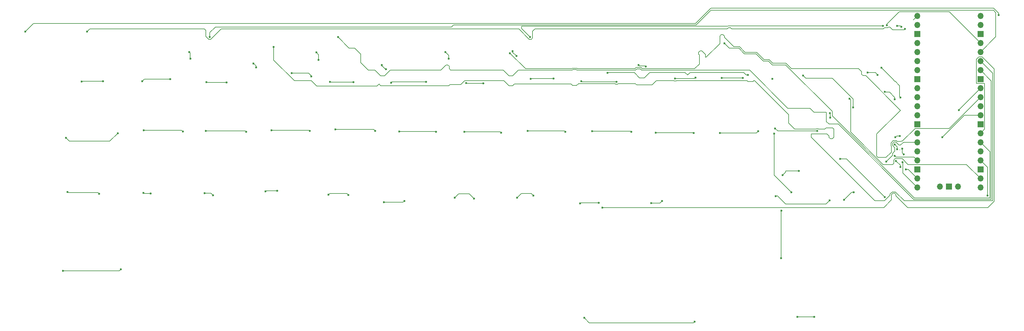
<source format=gbr>
%TF.GenerationSoftware,KiCad,Pcbnew,9.0.6*%
%TF.CreationDate,2025-12-29T17:27:32-05:00*%
%TF.ProjectId,keyboardepi pico,6b657962-6f61-4726-9465-706920706963,rev?*%
%TF.SameCoordinates,Original*%
%TF.FileFunction,Copper,L1,Top*%
%TF.FilePolarity,Positive*%
%FSLAX46Y46*%
G04 Gerber Fmt 4.6, Leading zero omitted, Abs format (unit mm)*
G04 Created by KiCad (PCBNEW 9.0.6) date 2025-12-29 17:27:32*
%MOMM*%
%LPD*%
G01*
G04 APERTURE LIST*
%TA.AperFunction,ComponentPad*%
%ADD10O,1.700000X1.700000*%
%TD*%
%TA.AperFunction,ComponentPad*%
%ADD11R,1.700000X1.700000*%
%TD*%
%TA.AperFunction,ViaPad*%
%ADD12C,0.600000*%
%TD*%
%TA.AperFunction,Conductor*%
%ADD13C,0.200000*%
%TD*%
G04 APERTURE END LIST*
D10*
%TO.P,U1,1,GPIO0*%
%TO.N,col0*%
X287496250Y-13970000D03*
%TO.P,U1,2,GPIO1*%
%TO.N,col1*%
X287496250Y-16510000D03*
D11*
%TO.P,U1,3,GND*%
%TO.N,unconnected-(U1-GND-Pad3)*%
X287496250Y-19050000D03*
D10*
%TO.P,U1,4,GPIO2*%
%TO.N,col2*%
X287496250Y-21590000D03*
%TO.P,U1,5,GPIO3*%
%TO.N,col3*%
X287496250Y-24130000D03*
%TO.P,U1,6,GPIO4*%
%TO.N,col4*%
X287496250Y-26670000D03*
%TO.P,U1,7,GPIO5*%
%TO.N,col5*%
X287496250Y-29210000D03*
D11*
%TO.P,U1,8,GND*%
%TO.N,unconnected-(U1-GND-Pad8)*%
X287496250Y-31750000D03*
D10*
%TO.P,U1,9,GPIO6*%
%TO.N,col6*%
X287496250Y-34290000D03*
%TO.P,U1,10,GPIO7*%
%TO.N,col7*%
X287496250Y-36830000D03*
%TO.P,U1,11,GPIO8*%
%TO.N,col8*%
X287496250Y-39370000D03*
%TO.P,U1,12,GPIO9*%
%TO.N,col9*%
X287496250Y-41910000D03*
D11*
%TO.P,U1,13,GND*%
%TO.N,unconnected-(U1-GND-Pad13)*%
X287496250Y-44450000D03*
D10*
%TO.P,U1,14,GPIO10*%
%TO.N,col10*%
X287496250Y-46990000D03*
%TO.P,U1,15,GPIO11*%
%TO.N,col11*%
X287496250Y-49530000D03*
%TO.P,U1,16,GPIO12*%
%TO.N,col12*%
X287496250Y-52070000D03*
%TO.P,U1,17,GPIO13*%
%TO.N,col13*%
X287496250Y-54610000D03*
D11*
%TO.P,U1,18,GND*%
%TO.N,unconnected-(U1-GND-Pad18)*%
X287496250Y-57150000D03*
D10*
%TO.P,U1,19,GPIO14*%
%TO.N,col14*%
X287496250Y-59690000D03*
%TO.P,U1,20,GPIO15*%
%TO.N,unconnected-(U1-GPIO15-Pad20)*%
X287496250Y-62230000D03*
%TO.P,U1,21,GPIO16*%
%TO.N,row0*%
X269716250Y-62230000D03*
%TO.P,U1,22,GPIO17*%
%TO.N,row1*%
X269716250Y-59690000D03*
D11*
%TO.P,U1,23,GND*%
%TO.N,unconnected-(U1-GND-Pad23)*%
X269716250Y-57150000D03*
D10*
%TO.P,U1,24,GPIO18*%
%TO.N,row2*%
X269716250Y-54610000D03*
%TO.P,U1,25,GPIO19*%
%TO.N,row3*%
X269716250Y-52070000D03*
%TO.P,U1,26,GPIO20*%
%TO.N,row4*%
X269716250Y-49530000D03*
%TO.P,U1,27,GPIO21*%
%TO.N,unconnected-(U1-GPIO21-Pad27)*%
X269716250Y-46990000D03*
D11*
%TO.P,U1,28,GND*%
%TO.N,unconnected-(U1-GND-Pad28)*%
X269716250Y-44450000D03*
D10*
%TO.P,U1,29,GPIO22*%
%TO.N,unconnected-(U1-GPIO22-Pad29)*%
X269716250Y-41910000D03*
%TO.P,U1,30,RUN*%
%TO.N,unconnected-(U1-RUN-Pad30)*%
X269716250Y-39370000D03*
%TO.P,U1,31,GPIO26_ADC0*%
%TO.N,unconnected-(U1-GPIO26_ADC0-Pad31)*%
X269716250Y-36830000D03*
%TO.P,U1,32,GPIO27_ADC1*%
%TO.N,unconnected-(U1-GPIO27_ADC1-Pad32)*%
X269716250Y-34290000D03*
D11*
%TO.P,U1,33,AGND*%
%TO.N,unconnected-(U1-AGND-Pad33)*%
X269716250Y-31750000D03*
D10*
%TO.P,U1,34,GPIO28_ADC2*%
%TO.N,unconnected-(U1-GPIO28_ADC2-Pad34)*%
X269716250Y-29210000D03*
%TO.P,U1,35,ADC_VREF*%
%TO.N,unconnected-(U1-ADC_VREF-Pad35)*%
X269716250Y-26670000D03*
%TO.P,U1,36,3V3*%
%TO.N,unconnected-(U1-3V3-Pad36)*%
X269716250Y-24130000D03*
%TO.P,U1,37,3V3_EN*%
%TO.N,unconnected-(U1-3V3_EN-Pad37)*%
X269716250Y-21590000D03*
D11*
%TO.P,U1,38,GND*%
%TO.N,unconnected-(U1-GND-Pad38)*%
X269716250Y-19050000D03*
D10*
%TO.P,U1,39,VSYS*%
%TO.N,unconnected-(U1-VSYS-Pad39)*%
X269716250Y-16510000D03*
%TO.P,U1,40,VBUS*%
%TO.N,unconnected-(U1-VBUS-Pad40)*%
X269716250Y-13970000D03*
%TO.P,U1,41,SWCLK*%
%TO.N,unconnected-(U1-SWCLK-Pad41)*%
X281146250Y-62000000D03*
D11*
%TO.P,U1,42,GND*%
%TO.N,unconnected-(U1-GND-Pad42)*%
X278606250Y-62000000D03*
D10*
%TO.P,U1,43,SWDIO*%
%TO.N,unconnected-(U1-SWDIO-Pad43)*%
X276066250Y-62000000D03*
%TD*%
D12*
%TO.N,row0*%
X255803400Y-29895800D03*
X69977000Y-32613600D03*
X93954600Y-30073600D03*
X207441800Y-31292800D03*
X111302800Y-32562800D03*
X229057200Y-31673800D03*
X104749600Y-32537400D03*
X214757000Y-31445200D03*
X51943000Y-32385000D03*
X161112200Y-31699200D03*
X185267600Y-32512000D03*
X258572000Y-30530800D03*
X201701400Y-31623000D03*
X142976600Y-32842200D03*
X75692000Y-32689800D03*
X147828000Y-32918400D03*
X175336200Y-32359600D03*
X265506200Y-51333400D03*
X131724400Y-32537400D03*
X59893200Y-31775400D03*
X99466400Y-30962600D03*
X167563800Y-31546800D03*
X121894600Y-32766000D03*
X40944800Y-32385000D03*
X34950400Y-32435800D03*
X265627806Y-55103777D03*
X265912600Y-52933600D03*
X220726000Y-31394400D03*
%TO.N,Net-(D3-A)*%
X65506600Y-26009600D03*
X65151000Y-24155400D03*
%TO.N,Net-(D4-A)*%
X83235800Y-27330400D03*
X83947000Y-28422600D03*
%TO.N,Net-(D5-A)*%
X100888800Y-24257000D03*
X101549200Y-26339800D03*
%TO.N,Net-(D6-A)*%
X119303800Y-27813000D03*
X120472200Y-28956000D03*
%TO.N,Net-(D7-A)*%
X137134600Y-24104600D03*
X138125200Y-25984200D03*
%TO.N,Net-(D8-A)*%
X157099000Y-25273000D03*
X156006800Y-23876000D03*
%TO.N,Net-(D10-A)*%
X193421000Y-28186000D03*
X191389000Y-27814000D03*
%TO.N,row1*%
X160248600Y-46329600D03*
X263550400Y-48133000D03*
X69875400Y-46304200D03*
X30556200Y-48260000D03*
X225018600Y-46431200D03*
X263753600Y-54762400D03*
X117398800Y-46355000D03*
X264998200Y-56515000D03*
X178409600Y-46431200D03*
X88290400Y-46126400D03*
X206883000Y-46939200D03*
X106273600Y-45923200D03*
X99060000Y-46304200D03*
X134569200Y-46609000D03*
X196240400Y-46812200D03*
X264083800Y-51511200D03*
X45110400Y-46964600D03*
X266566248Y-57150000D03*
X124206000Y-46456600D03*
X81203800Y-46609000D03*
X264820400Y-47726600D03*
X263423400Y-50114200D03*
X214299800Y-46939200D03*
X52400200Y-46151800D03*
X152831800Y-46837600D03*
X63373000Y-46507400D03*
X241604800Y-46355000D03*
X189357000Y-46609000D03*
X229793800Y-45643800D03*
X170865800Y-46558200D03*
X142519400Y-46609000D03*
%TO.N,row2*%
X251891800Y-63627000D03*
X52349400Y-63754000D03*
X86639400Y-63373000D03*
X157302200Y-65151000D03*
X89916000Y-63195200D03*
X175031400Y-66725800D03*
X198018400Y-66014600D03*
X54330600Y-63931800D03*
X31013400Y-63525400D03*
X245084600Y-65913000D03*
X263433800Y-53335219D03*
X119862600Y-66421000D03*
X194970400Y-66598800D03*
X180213000Y-66548000D03*
X125603000Y-66014600D03*
X39903400Y-64008000D03*
X71882000Y-64414400D03*
X249174000Y-65735200D03*
X104292400Y-64287400D03*
X69520251Y-63800151D03*
X109880400Y-64363600D03*
X139776200Y-65100200D03*
X161848800Y-64516000D03*
X229920800Y-64693800D03*
X145186400Y-65328800D03*
%TO.N,row3*%
X45999400Y-85242400D03*
X29718000Y-85699600D03*
%TO.N,row4*%
X261010400Y-54914800D03*
X240817400Y-98679000D03*
X207137000Y-99974400D03*
X176149000Y-98933000D03*
X236016800Y-98679000D03*
%TO.N,col0*%
X19170388Y-18355748D03*
X292582600Y-13741400D03*
%TO.N,col1*%
X266297619Y-17654494D03*
X36449000Y-18389600D03*
%TO.N,col2*%
X261152520Y-16626720D03*
%TO.N,col3*%
X70949000Y-19890000D03*
%TO.N,col4*%
X88925400Y-22682200D03*
%TO.N,col5*%
X106979000Y-19890000D03*
%TO.N,col6*%
X264987950Y-36891865D03*
X259664200Y-28498800D03*
X281406600Y-40436800D03*
%TO.N,col7*%
X155295600Y-24434800D03*
%TO.N,col8*%
X260121400Y-16738600D03*
X160979000Y-19900000D03*
X265226800Y-16992600D03*
X264109200Y-16738600D03*
%TO.N,col9*%
X182727600Y-29946600D03*
X222182881Y-30595000D03*
X251688600Y-39725600D03*
X237667800Y-30759400D03*
X263403800Y-37389018D03*
X260604000Y-35280600D03*
X276783800Y-48107600D03*
%TO.N,col10*%
X181229000Y-67868800D03*
%TO.N,col11*%
X215519000Y-21666200D03*
%TO.N,col12*%
X248031000Y-54152800D03*
X236448600Y-57581800D03*
X260604000Y-64922400D03*
X231876600Y-58749000D03*
%TO.N,col14*%
X250721023Y-37278977D03*
%TO.N,col13*%
X231495600Y-82143600D03*
X289460200Y-64530843D03*
X234365800Y-63576200D03*
X229539800Y-47091600D03*
X231546400Y-68783200D03*
%TO.N,Net-(D120-A)*%
X245193879Y-41345800D03*
X245262400Y-42595800D03*
%TD*%
D13*
%TO.N,row0*%
X265658600Y-55134571D02*
X265627806Y-55103777D01*
X269716250Y-62230000D02*
X265658600Y-58172350D01*
X265658600Y-58172350D02*
X265658600Y-55134571D01*
%TO.N,row1*%
X264998200Y-56007000D02*
X264998200Y-56515000D01*
X263753600Y-54762400D02*
X264998200Y-56007000D01*
%TO.N,col3*%
X291789800Y-19836450D02*
X287496250Y-24130000D01*
X291789800Y-13006286D02*
X291789800Y-19836450D01*
X291153314Y-12369800D02*
X291789800Y-13006286D01*
X211746029Y-12369800D02*
X291153314Y-12369800D01*
X207637629Y-16478200D02*
X211746029Y-12369800D01*
X139403561Y-16478200D02*
X207637629Y-16478200D01*
X138812961Y-17068800D02*
X139403561Y-16478200D01*
X72520200Y-17068800D02*
X138812961Y-17068800D01*
X70949000Y-18640000D02*
X72520200Y-17068800D01*
X70949000Y-19890000D02*
X70949000Y-18640000D01*
%TO.N,col0*%
X207471943Y-16078200D02*
X211739143Y-11811000D01*
X19170388Y-18355748D02*
X21447936Y-16078200D01*
X291160200Y-11811000D02*
X292582600Y-13233400D01*
X21447936Y-16078200D02*
X207471943Y-16078200D01*
X211739143Y-11811000D02*
X291160200Y-11811000D01*
X292582600Y-13233400D02*
X292582600Y-13741400D01*
%TO.N,col8*%
X264972800Y-16738600D02*
X265226800Y-16992600D01*
X264109200Y-16738600D02*
X264972800Y-16738600D01*
%TO.N,col1*%
X262799344Y-17837000D02*
X266115113Y-17837000D01*
X262075545Y-17113200D02*
X262799344Y-17837000D01*
X261585279Y-17113200D02*
X262075545Y-17113200D01*
X261421759Y-17276720D02*
X261585279Y-17113200D01*
X260553319Y-17276720D02*
X261421759Y-17276720D01*
X217590628Y-17627600D02*
X260202439Y-17627600D01*
X217590628Y-17617829D02*
X217590628Y-17627600D01*
X217209867Y-17237068D02*
X217590628Y-17617829D01*
X216290628Y-17627600D02*
X216290628Y-17617829D01*
X260202439Y-17627600D02*
X260553319Y-17276720D01*
X162262086Y-17627600D02*
X216290628Y-17627600D01*
X161629000Y-18260686D02*
X162262086Y-17627600D01*
X161629000Y-20169239D02*
X161629000Y-18260686D01*
X160709761Y-20550000D02*
X161248239Y-20550000D01*
X157787361Y-17627600D02*
X160709761Y-20550000D01*
X216290628Y-17617829D02*
X216671389Y-17237068D01*
X74130639Y-17627600D02*
X157787361Y-17627600D01*
X71218239Y-20540000D02*
X74130639Y-17627600D01*
X70679761Y-20540000D02*
X71218239Y-20540000D01*
X69881800Y-19742039D02*
X70679761Y-20540000D01*
X69881800Y-18072686D02*
X69881800Y-19742039D01*
X69436714Y-17627600D02*
X69881800Y-18072686D01*
X161248239Y-20550000D02*
X161629000Y-20169239D01*
X37211000Y-17627600D02*
X69436714Y-17627600D01*
%TO.N,col2*%
X264668000Y-12776200D02*
X261152520Y-16291680D01*
X278682450Y-12776200D02*
X264668000Y-12776200D01*
%TO.N,col1*%
X266115113Y-17837000D02*
X266297619Y-17654494D01*
%TO.N,col2*%
X287496250Y-21590000D02*
X278682450Y-12776200D01*
%TO.N,col1*%
X36449000Y-18389600D02*
X37211000Y-17627600D01*
X216671389Y-17237068D02*
X217209867Y-17237068D01*
%TO.N,col2*%
X261152520Y-16291680D02*
X261152520Y-16626720D01*
%TO.N,col8*%
X216451772Y-16891000D02*
X216604172Y-16738600D01*
X158597600Y-16891000D02*
X216451772Y-16891000D01*
X160979000Y-19900000D02*
X158597600Y-17518600D01*
X158597600Y-17518600D02*
X158597600Y-16891000D01*
X216604172Y-16738600D02*
X260121400Y-16738600D01*
%TO.N,row0*%
X70053200Y-32689800D02*
X69977000Y-32613600D01*
X265506200Y-51333400D02*
X265506200Y-52527200D01*
X122123200Y-32537400D02*
X121894600Y-32766000D01*
X207111600Y-31623000D02*
X207441800Y-31292800D01*
X35001200Y-32385000D02*
X34950400Y-32435800D01*
X214807800Y-31394400D02*
X214757000Y-31445200D01*
X185267600Y-32512000D02*
X175488600Y-32512000D01*
X167563800Y-31546800D02*
X161264600Y-31546800D01*
X104775000Y-32562800D02*
X104749600Y-32537400D01*
X143052800Y-32918400D02*
X142976600Y-32842200D01*
X220726000Y-31394400D02*
X214807800Y-31394400D01*
X265506200Y-52527200D02*
X265912600Y-52933600D01*
X201701400Y-31623000D02*
X207111600Y-31623000D01*
X52552600Y-31775400D02*
X51943000Y-32385000D01*
X147828000Y-32918400D02*
X143052800Y-32918400D01*
X98726800Y-30073600D02*
X93954600Y-30073600D01*
X257937000Y-29895800D02*
X258572000Y-30530800D01*
X161264600Y-31546800D02*
X161112200Y-31699200D01*
X99466400Y-30813200D02*
X98726800Y-30073600D01*
X59893200Y-31775400D02*
X52552600Y-31775400D01*
X99466400Y-30962600D02*
X99466400Y-30813200D01*
X131724400Y-32537400D02*
X122123200Y-32537400D01*
X111302800Y-32562800D02*
X104775000Y-32562800D01*
X75692000Y-32689800D02*
X70053200Y-32689800D01*
X255803400Y-29895800D02*
X257937000Y-29895800D01*
X175488600Y-32512000D02*
X175336200Y-32359600D01*
X40944800Y-32385000D02*
X35001200Y-32385000D01*
%TO.N,Net-(D3-A)*%
X65405000Y-25908000D02*
X65506600Y-26009600D01*
X65405000Y-24409400D02*
X65405000Y-25908000D01*
X65405000Y-24409400D02*
X65151000Y-24155400D01*
%TO.N,Net-(D4-A)*%
X83947000Y-28041600D02*
X83947000Y-28422600D01*
X83235800Y-27330400D02*
X83947000Y-28041600D01*
%TO.N,Net-(D5-A)*%
X101549200Y-24917400D02*
X100888800Y-24257000D01*
X101549200Y-26339800D02*
X101549200Y-24917400D01*
%TO.N,Net-(D6-A)*%
X119303800Y-27813000D02*
X119303800Y-27990800D01*
X119303800Y-27990800D02*
X119507000Y-28194000D01*
X119507000Y-28194000D02*
X120269000Y-28956000D01*
X120269000Y-28956000D02*
X120472200Y-28956000D01*
%TO.N,Net-(D7-A)*%
X138125200Y-25095200D02*
X137134600Y-24104600D01*
X138125200Y-25984200D02*
X138125200Y-25095200D01*
%TO.N,Net-(D8-A)*%
X156006800Y-24180800D02*
X157099000Y-25273000D01*
X156006800Y-23876000D02*
X156006800Y-24180800D01*
%TO.N,Net-(D10-A)*%
X191565800Y-27990800D02*
X191389000Y-27814000D01*
X193421000Y-28186000D02*
X193225800Y-27990800D01*
X193225800Y-27990800D02*
X191565800Y-27990800D01*
%TO.N,gnd*%
X264856200Y-51602639D02*
X264845800Y-51613039D01*
%TO.N,unconnected-(U1-VBUS-Pad40)*%
X269716250Y-13970000D02*
X268617213Y-15069037D01*
%TO.N,row1*%
X214299800Y-46939200D02*
X224510600Y-46939200D01*
X134416800Y-46456600D02*
X134569200Y-46609000D01*
X196240400Y-46812200D02*
X206756000Y-46812200D01*
X230505000Y-46355000D02*
X229793800Y-45643800D01*
X178409600Y-46431200D02*
X189179200Y-46431200D01*
X30556200Y-48260000D02*
X31497200Y-49201000D01*
X264083800Y-50774600D02*
X263423400Y-50114200D01*
X31497200Y-49201000D02*
X42874000Y-49201000D01*
X264083800Y-51511200D02*
X264083800Y-50774600D01*
X241604800Y-46355000D02*
X230505000Y-46355000D01*
X160248600Y-46329600D02*
X170637200Y-46329600D01*
X267176250Y-57150000D02*
X266566248Y-57150000D01*
X189179200Y-46431200D02*
X189357000Y-46609000D01*
X69875400Y-46304200D02*
X80899000Y-46304200D01*
X263956800Y-47726600D02*
X263550400Y-48133000D01*
X106273600Y-45923200D02*
X116967000Y-45923200D01*
X80899000Y-46304200D02*
X81203800Y-46609000D01*
X264820400Y-47726600D02*
X263956800Y-47726600D01*
X224510600Y-46939200D02*
X225018600Y-46431200D01*
X63017400Y-46151800D02*
X63373000Y-46507400D01*
X52400200Y-46151800D02*
X63017400Y-46151800D01*
X98882200Y-46126400D02*
X99060000Y-46304200D01*
X116967000Y-45923200D02*
X117398800Y-46355000D01*
X269716250Y-59690000D02*
X267176250Y-57150000D01*
X206756000Y-46812200D02*
X206883000Y-46939200D01*
X152603200Y-46609000D02*
X152831800Y-46837600D01*
X142519400Y-46609000D02*
X152603200Y-46609000D01*
X88290400Y-46126400D02*
X98882200Y-46126400D01*
X42874000Y-49201000D02*
X45110400Y-46964600D01*
X170637200Y-46329600D02*
X170865800Y-46558200D01*
X124206000Y-46456600D02*
X134416800Y-46456600D01*
%TO.N,row2*%
X229920800Y-64693800D02*
X229981400Y-64633200D01*
X161848800Y-64516000D02*
X161281800Y-63949000D01*
X145186400Y-65328800D02*
X143856600Y-63999000D01*
X125603000Y-66014600D02*
X125196600Y-66421000D01*
X180213000Y-66548000D02*
X175209200Y-66548000D01*
X269716250Y-54610000D02*
X268776450Y-53670200D01*
X232740200Y-66878200D02*
X244119400Y-66878200D01*
X198018400Y-66014600D02*
X197434200Y-66598800D01*
X109465800Y-63949000D02*
X104630800Y-63949000D01*
X104630800Y-63949000D02*
X104292400Y-64287400D01*
X263768781Y-53670200D02*
X263433800Y-53335219D01*
X125196600Y-66421000D02*
X119862600Y-66421000D01*
X143856600Y-63999000D02*
X140877400Y-63999000D01*
X52527200Y-63931800D02*
X52349400Y-63754000D01*
X161281800Y-63949000D02*
X158504200Y-63949000D01*
X197434200Y-66598800D02*
X194970400Y-66598800D01*
X251282200Y-63627000D02*
X251891800Y-63627000D01*
X32639000Y-63677800D02*
X31165800Y-63677800D01*
X249174000Y-65735200D02*
X251282200Y-63627000D01*
X71267751Y-63800151D02*
X69520251Y-63800151D01*
X175209200Y-66548000D02*
X175031400Y-66725800D01*
X39903400Y-64008000D02*
X39573200Y-63677800D01*
X54330600Y-63931800D02*
X52527200Y-63931800D01*
X71882000Y-64414400D02*
X71267751Y-63800151D01*
X158504200Y-63949000D02*
X157302200Y-65151000D01*
X31165800Y-63677800D02*
X31013400Y-63525400D01*
X230495200Y-64633200D02*
X232740200Y-66878200D01*
X268776450Y-53670200D02*
X263768781Y-53670200D01*
X109880400Y-64363600D02*
X109465800Y-63949000D01*
X229981400Y-64633200D02*
X230495200Y-64633200D01*
X86817200Y-63195200D02*
X86639400Y-63373000D01*
X140877400Y-63999000D02*
X139776200Y-65100200D01*
X244119400Y-66878200D02*
X245084600Y-65913000D01*
X39573200Y-63677800D02*
X32639000Y-63677800D01*
X89916000Y-63195200D02*
X86817200Y-63195200D01*
%TO.N,row3*%
X29718000Y-85699600D02*
X45542200Y-85699600D01*
X45542200Y-85699600D02*
X45999400Y-85242400D01*
%TO.N,row4*%
X206810400Y-100301000D02*
X207137000Y-99974400D01*
X265824675Y-49530000D02*
X269716250Y-49530000D01*
X262783800Y-52653961D02*
X263433800Y-52003961D01*
X263154161Y-49464200D02*
X263692639Y-49464200D01*
X263433800Y-51043839D02*
X262773400Y-50383439D01*
X264552239Y-50323800D02*
X265030875Y-50323800D01*
X236016800Y-98679000D02*
X240817400Y-98679000D01*
X262773400Y-50383439D02*
X262773400Y-49844961D01*
X263433800Y-52003961D02*
X263433800Y-51043839D01*
X261010400Y-54914800D02*
X262783800Y-53141400D01*
X263692639Y-49464200D02*
X264552239Y-50323800D01*
X176149000Y-98933000D02*
X177517000Y-100301000D01*
X265030875Y-50323800D02*
X265824675Y-49530000D01*
X177517000Y-100301000D02*
X206810400Y-100301000D01*
X262783800Y-53141400D02*
X262783800Y-52653961D01*
X262773400Y-49844961D02*
X263154161Y-49464200D01*
%TO.N,col4*%
X241335561Y-45705000D02*
X241214561Y-45826000D01*
X195278860Y-33366000D02*
X190879240Y-33366000D01*
X290912200Y-30085950D02*
X290912200Y-65980843D01*
X138126960Y-33620000D02*
X137056640Y-33620000D01*
X196443860Y-32201000D02*
X195278860Y-33366000D01*
X244384361Y-47158200D02*
X244968000Y-47741839D01*
X172921440Y-33569200D02*
X172470440Y-33118200D01*
X137056640Y-33620000D02*
X137031240Y-33594600D01*
X233624000Y-41758722D02*
X224066278Y-32201000D01*
X257846121Y-65980843D02*
X239947400Y-48082122D01*
X221934161Y-32201000D02*
X202042639Y-32201000D01*
X239947400Y-48082122D02*
X239947400Y-47183400D01*
X244094086Y-45456200D02*
X243724286Y-45826000D01*
X262683675Y-63466000D02*
X262068600Y-64081076D01*
X243724286Y-45826000D02*
X241995039Y-45826000D01*
X245348761Y-48529000D02*
X245887239Y-48529000D01*
X185536839Y-33162000D02*
X184998361Y-33162000D01*
X244968000Y-47741839D02*
X244968000Y-48148239D01*
X241874039Y-45705000D02*
X241335561Y-45705000D01*
X222158561Y-32425400D02*
X221934161Y-32201000D01*
X202042639Y-32201000D02*
X201970639Y-32273000D01*
X290912200Y-65980843D02*
X266068367Y-65980843D01*
X239947400Y-47183400D02*
X239972600Y-47158200D01*
X138442800Y-33304160D02*
X138126960Y-33620000D01*
X244968000Y-48148239D02*
X245348761Y-48529000D01*
X245975360Y-45456200D02*
X244094086Y-45456200D01*
X224066278Y-32201000D02*
X223785039Y-32201000D01*
X118971840Y-33594600D02*
X118521840Y-33144600D01*
X263553524Y-63466000D02*
X262683675Y-63466000D01*
X118521840Y-33144600D02*
X117970240Y-33696200D01*
X154989040Y-33594600D02*
X153595440Y-32201000D01*
X88925400Y-26403678D02*
X88925400Y-22682200D01*
X233624000Y-44141278D02*
X233624000Y-41758722D01*
X117970240Y-33696200D02*
X100963240Y-33696200D01*
X201360161Y-32201000D02*
X196443860Y-32201000D01*
X99468040Y-32201000D02*
X94722722Y-32201000D01*
X172470440Y-33118200D02*
X156535760Y-33118200D01*
X266068367Y-65980843D02*
X263553524Y-63466000D01*
X156535760Y-33118200D02*
X156059360Y-33594600D01*
X190879240Y-33366000D02*
X190526840Y-33013600D01*
X153595440Y-32201000D02*
X142612860Y-32201000D01*
X260522385Y-65980843D02*
X257846121Y-65980843D01*
X190526840Y-33013600D02*
X185685239Y-33013600D01*
X174547360Y-33013600D02*
X173991760Y-33569200D01*
X239972600Y-47158200D02*
X244384361Y-47158200D01*
X287496250Y-26670000D02*
X290912200Y-30085950D01*
X223785039Y-32201000D02*
X223560639Y-32425400D01*
X185685239Y-33013600D02*
X185536839Y-33162000D01*
X241995039Y-45826000D02*
X241874039Y-45705000D01*
X245887239Y-48529000D02*
X246291200Y-48125039D01*
X246291200Y-45772040D02*
X245975360Y-45456200D01*
X173991760Y-33569200D02*
X172921440Y-33569200D01*
X94722722Y-32201000D02*
X88925400Y-26403678D01*
X100963240Y-33696200D02*
X99468040Y-32201000D01*
X201970639Y-32273000D02*
X201432161Y-32273000D01*
X223560639Y-32425400D02*
X222158561Y-32425400D01*
X156059360Y-33594600D02*
X154989040Y-33594600D01*
X142612860Y-32201000D02*
X141509700Y-33304160D01*
X241214561Y-45826000D02*
X235308722Y-45826000D01*
X246291200Y-48125039D02*
X246291200Y-45772040D01*
X201432161Y-32273000D02*
X201360161Y-32201000D01*
X141509700Y-33304160D02*
X138442800Y-33304160D01*
X137031240Y-33594600D02*
X118971840Y-33594600D01*
X184998361Y-33162000D02*
X184849961Y-33013600D01*
X262068600Y-64081076D02*
X262068600Y-64434628D01*
X235308722Y-45826000D02*
X233624000Y-44141278D01*
X262068600Y-64434628D02*
X260522385Y-65980843D01*
X184849961Y-33013600D02*
X174547360Y-33013600D01*
%TO.N,col5*%
X287496250Y-29210000D02*
X290511200Y-32224950D01*
X290511200Y-32224950D02*
X290511200Y-65580843D01*
X113355000Y-27081278D02*
X113355000Y-24698722D01*
X138216400Y-28786314D02*
X138216400Y-28153361D01*
X173991760Y-29067200D02*
X172921440Y-29067200D01*
X172921440Y-29067200D02*
X172801640Y-29187000D01*
X154989040Y-30794600D02*
X153381440Y-29187000D01*
X244214757Y-43667917D02*
X244214757Y-41026000D01*
X290511200Y-65580843D02*
X268769600Y-65580843D01*
X190563400Y-29187000D02*
X174111560Y-29187000D01*
X190563400Y-29179840D02*
X190563400Y-29187000D01*
X190879240Y-28864000D02*
X190563400Y-29179840D01*
X192265400Y-29179840D02*
X191949560Y-28864000D01*
X121649760Y-29187000D02*
X120042160Y-30794600D01*
X244214757Y-41026000D02*
X240722935Y-41026000D01*
X191949560Y-28864000D02*
X190879240Y-28864000D01*
X247546957Y-44358200D02*
X244905040Y-44358200D01*
X156059360Y-30794600D02*
X154989040Y-30794600D01*
X110103000Y-23014000D02*
X106979000Y-19890000D01*
X138216400Y-28153361D02*
X137835639Y-27772600D01*
X174111560Y-29187000D02*
X173991760Y-29067200D01*
X157666960Y-29187000D02*
X156059360Y-30794600D01*
X115460722Y-29187000D02*
X113355000Y-27081278D01*
X113355000Y-24698722D02*
X111670278Y-23014000D01*
X137835639Y-27772600D02*
X137297161Y-27772600D01*
X137297161Y-27772600D02*
X135882761Y-29187000D01*
X153381440Y-29187000D02*
X138617086Y-29187000D01*
X239624000Y-39927065D02*
X233373465Y-39927065D01*
X138617086Y-29187000D02*
X138216400Y-28786314D01*
X117364240Y-29187000D02*
X115460722Y-29187000D01*
X111670278Y-23014000D02*
X110103000Y-23014000D01*
X240722935Y-41026000D02*
X239624000Y-39927065D01*
X172801640Y-29187000D02*
X157666960Y-29187000D01*
X192265400Y-29187000D02*
X192265400Y-29179840D01*
X233373465Y-39927065D02*
X222633400Y-29187000D01*
X244905040Y-44358200D02*
X244214757Y-43667917D01*
X268769600Y-65580843D02*
X247546957Y-44358200D01*
X120042160Y-30794600D02*
X118971840Y-30794600D01*
X135882761Y-29187000D02*
X121649760Y-29187000D01*
X118971840Y-30794600D02*
X117364240Y-29187000D01*
X222633400Y-29187000D02*
X192265400Y-29187000D01*
%TO.N,col6*%
X281406600Y-40436800D02*
X281406600Y-40379650D01*
X264769600Y-36673515D02*
X264987950Y-36891865D01*
X264769600Y-33604200D02*
X264769600Y-36673515D01*
X259664200Y-28498800D02*
X263052800Y-31887400D01*
X263433561Y-32374600D02*
X263540000Y-32374600D01*
X281406600Y-40379650D02*
X287496250Y-34290000D01*
X263052800Y-31993839D02*
X263433561Y-32374600D01*
X263052800Y-31887400D02*
X263052800Y-31993839D01*
X263540000Y-32374600D02*
X264769600Y-33604200D01*
%TO.N,col7*%
X207198514Y-28786000D02*
X208489600Y-27494914D01*
X215550000Y-19630761D02*
X215550000Y-19984314D01*
X215550000Y-19984314D02*
X218189686Y-22624000D01*
X215169239Y-19250000D02*
X215550000Y-19630761D01*
X172755755Y-28667200D02*
X174157446Y-28667200D01*
X219756964Y-22624000D02*
X221331964Y-24199000D01*
X192115246Y-28464000D02*
X192437245Y-28786000D01*
X262988476Y-49064200D02*
X263858325Y-49064200D01*
X269132350Y-45601000D02*
X278725250Y-45601000D01*
X264978200Y-40521257D02*
X258326600Y-47172857D01*
X192437245Y-28786000D02*
X207198514Y-28786000D01*
X210400314Y-25584200D02*
X214250000Y-21734514D01*
X258678657Y-53788600D02*
X260944750Y-53788600D01*
X190713555Y-28464000D02*
X192115246Y-28464000D01*
X260944750Y-53788600D02*
X262424200Y-52309150D01*
X221331964Y-24199000D02*
X224604578Y-24199000D01*
X226660578Y-26255000D02*
X228069725Y-26255000D01*
X254112000Y-29655057D02*
X254112000Y-30393639D01*
X214630761Y-19250000D02*
X215169239Y-19250000D01*
X265188115Y-49180800D02*
X265552550Y-49180800D01*
X174276246Y-28786000D02*
X190391554Y-28786000D01*
X264086924Y-49292800D02*
X265076115Y-49292800D01*
X262373400Y-49679275D02*
X262988476Y-49064200D01*
X232854751Y-27286000D02*
X234354751Y-28786000D01*
X229100725Y-27286000D02*
X232854751Y-27286000D01*
X262424200Y-52309150D02*
X262424200Y-50599925D01*
X262373400Y-50549124D02*
X262373400Y-49679275D01*
X210198286Y-24798847D02*
X210198286Y-25584200D01*
X208315800Y-24216361D02*
X208696561Y-23835600D01*
X263858325Y-49064200D02*
X264086924Y-49292800D01*
X228069725Y-26255000D02*
X229100725Y-27286000D01*
X209235039Y-23835600D02*
X210198286Y-24798847D01*
X254112000Y-30393639D02*
X254492761Y-30774400D01*
X214250000Y-21734514D02*
X214250000Y-19630761D01*
X234354751Y-28786000D02*
X253242943Y-28786000D01*
X254492761Y-30774400D02*
X255231343Y-30774400D01*
X208315800Y-24754839D02*
X208315800Y-24216361D01*
X258326600Y-47172857D02*
X258326600Y-53436543D01*
X190391554Y-28786000D02*
X190713555Y-28464000D01*
X208489600Y-27494914D02*
X208489600Y-24928639D01*
X265076115Y-49292800D02*
X265188115Y-49180800D01*
X224604578Y-24199000D02*
X226660578Y-26255000D01*
X155295600Y-24434800D02*
X159646800Y-28786000D01*
X159646800Y-28786000D02*
X172636954Y-28786000D01*
X214250000Y-19630761D02*
X214630761Y-19250000D01*
X265552550Y-49180800D02*
X269132350Y-45601000D01*
X172636954Y-28786000D02*
X172755755Y-28667200D01*
X253242943Y-28786000D02*
X254112000Y-29655057D01*
X258326600Y-53436543D02*
X258678657Y-53788600D01*
X218189686Y-22624000D02*
X219756964Y-22624000D01*
X208696561Y-23835600D02*
X209235039Y-23835600D01*
X210198286Y-25584200D02*
X210400314Y-25584200D01*
X278725250Y-45601000D02*
X287496250Y-36830000D01*
X208489600Y-24928639D02*
X208315800Y-24754839D01*
X174157446Y-28667200D02*
X174276246Y-28786000D01*
X262424200Y-50599925D02*
X262373400Y-50549124D01*
X255231343Y-30774400D02*
X264978200Y-40521257D01*
%TO.N,col9*%
X282981400Y-41910000D02*
X276783800Y-48107600D01*
X182775200Y-29899000D02*
X190212240Y-29899000D01*
X193060343Y-31385800D02*
X194547143Y-29899000D01*
X220983200Y-29899000D02*
X221679200Y-30595000D01*
X205206600Y-30607000D02*
X205914600Y-29899000D01*
X190212240Y-29899000D02*
X191699040Y-31385800D01*
X238429800Y-31521400D02*
X237667800Y-30759400D01*
X245882686Y-31521400D02*
X238429800Y-31521400D01*
X221679200Y-30595000D02*
X222182881Y-30595000D01*
X251688600Y-39725600D02*
X251688600Y-37327314D01*
X191699040Y-31385800D02*
X193060343Y-31385800D01*
X205914600Y-29899000D02*
X220983200Y-29899000D01*
X260604000Y-35280600D02*
X260756400Y-35433000D01*
X261950200Y-35433000D02*
X263403800Y-36886600D01*
X204498600Y-29899000D02*
X205206600Y-30607000D01*
X260756400Y-35433000D02*
X261950200Y-35433000D01*
X287496250Y-41910000D02*
X282981400Y-41910000D01*
X263403800Y-36886600D02*
X263403800Y-37389018D01*
X194547143Y-29899000D02*
X204498600Y-29899000D01*
X251688600Y-37327314D02*
X245882686Y-31521400D01*
X182727600Y-29946600D02*
X182775200Y-29899000D01*
%TO.N,col10*%
X263768600Y-64574914D02*
X263768600Y-64246761D01*
X262468600Y-64246761D02*
X262468600Y-65717914D01*
X288647250Y-32901000D02*
X286345250Y-32901000D01*
X286345250Y-32901000D02*
X286345250Y-26193240D01*
X262468600Y-65717914D02*
X260317714Y-67868800D01*
X287973010Y-25519000D02*
X291313200Y-28859190D01*
X262849361Y-63866000D02*
X262468600Y-64246761D01*
X288647250Y-45839000D02*
X288647250Y-32901000D01*
X291313200Y-28859190D02*
X291313200Y-66146943D01*
X289591343Y-67868800D02*
X267062486Y-67868800D01*
X267062486Y-67868800D02*
X263768600Y-64574914D01*
X287496250Y-46990000D02*
X288647250Y-45839000D01*
X291313200Y-66146943D02*
X289591343Y-67868800D01*
X263768600Y-64246761D02*
X263387839Y-63866000D01*
X260317714Y-67868800D02*
X181229000Y-67868800D01*
X287019490Y-25519000D02*
X287973010Y-25519000D01*
X286345250Y-26193240D02*
X287019490Y-25519000D01*
X263387839Y-63866000D02*
X262849361Y-63866000D01*
%TO.N,col11*%
X268936700Y-65180843D02*
X245840200Y-42084343D01*
X216876800Y-23024000D02*
X215519000Y-21666200D01*
X229011947Y-27762908D02*
X227904039Y-26655000D01*
X221166278Y-24599000D02*
X219591278Y-23024000D01*
X245840200Y-42084343D02*
X245840200Y-40837135D01*
X245840200Y-40837135D02*
X232765973Y-27762908D01*
X219591278Y-23024000D02*
X216876800Y-23024000D01*
X224438892Y-24599000D02*
X221166278Y-24599000D01*
X227904039Y-26655000D02*
X226494892Y-26655000D01*
X287496250Y-49530000D02*
X290110200Y-52143950D01*
X290110200Y-52143950D02*
X290110200Y-65180843D01*
X232765973Y-27762908D02*
X229011947Y-27762908D01*
X290110200Y-65180843D02*
X268936700Y-65180843D01*
X226494892Y-26655000D02*
X224438892Y-24599000D01*
%TO.N,col12*%
X232714800Y-57581800D02*
X232714800Y-57910800D01*
X232714800Y-57910800D02*
X231876600Y-58749000D01*
X249834400Y-54152800D02*
X248031000Y-54152800D01*
X236448600Y-57581800D02*
X232714800Y-57581800D01*
X260604000Y-64922400D02*
X249834400Y-54152800D01*
%TO.N,col14*%
X260083957Y-55761000D02*
X251000000Y-46677043D01*
X266277806Y-54944967D02*
X266277806Y-54834538D01*
X263509761Y-54087000D02*
X263103600Y-54493161D01*
X251000000Y-37557954D02*
X250721023Y-37278977D01*
X251000000Y-46677043D02*
X251000000Y-37557954D01*
X267093839Y-55761000D02*
X266277806Y-54944967D01*
X263103600Y-55432961D02*
X262775561Y-55761000D01*
X265530268Y-54087000D02*
X263509761Y-54087000D01*
X262775561Y-55761000D02*
X260083957Y-55761000D01*
X283567250Y-55761000D02*
X267093839Y-55761000D01*
X287496250Y-59690000D02*
X283567250Y-55761000D01*
X263103600Y-54493161D02*
X263103600Y-55432961D01*
X266277806Y-54834538D02*
X265530268Y-54087000D01*
%TO.N,col13*%
X234365800Y-63576200D02*
X229539800Y-58750200D01*
X231495600Y-68834000D02*
X231546400Y-68783200D01*
X287496250Y-54610000D02*
X289460200Y-56573950D01*
X229539800Y-58750200D02*
X229539800Y-47091600D01*
X289460200Y-56573950D02*
X289460200Y-64530843D01*
X231495600Y-82143600D02*
X231495600Y-68834000D01*
%TO.N,Net-(D120-A)*%
X245262400Y-41414321D02*
X245193879Y-41345800D01*
X245262400Y-42595800D02*
X245262400Y-41414321D01*
%TD*%
M02*

</source>
